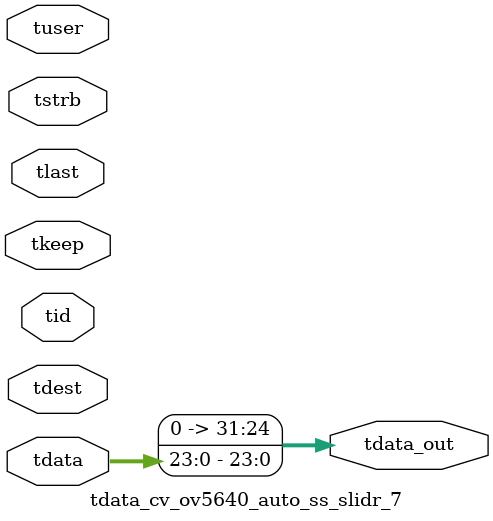
<source format=v>


`timescale 1ps/1ps

module tdata_cv_ov5640_auto_ss_slidr_7 #
(
parameter C_S_AXIS_TDATA_WIDTH = 32,
parameter C_S_AXIS_TUSER_WIDTH = 0,
parameter C_S_AXIS_TID_WIDTH   = 0,
parameter C_S_AXIS_TDEST_WIDTH = 0,
parameter C_M_AXIS_TDATA_WIDTH = 32
)
(
input  [(C_S_AXIS_TDATA_WIDTH == 0 ? 1 : C_S_AXIS_TDATA_WIDTH)-1:0     ] tdata,
input  [(C_S_AXIS_TUSER_WIDTH == 0 ? 1 : C_S_AXIS_TUSER_WIDTH)-1:0     ] tuser,
input  [(C_S_AXIS_TID_WIDTH   == 0 ? 1 : C_S_AXIS_TID_WIDTH)-1:0       ] tid,
input  [(C_S_AXIS_TDEST_WIDTH == 0 ? 1 : C_S_AXIS_TDEST_WIDTH)-1:0     ] tdest,
input  [(C_S_AXIS_TDATA_WIDTH/8)-1:0 ] tkeep,
input  [(C_S_AXIS_TDATA_WIDTH/8)-1:0 ] tstrb,
input                                                                    tlast,
output [C_M_AXIS_TDATA_WIDTH-1:0] tdata_out
);

assign tdata_out = {tdata[23:0]};

endmodule


</source>
